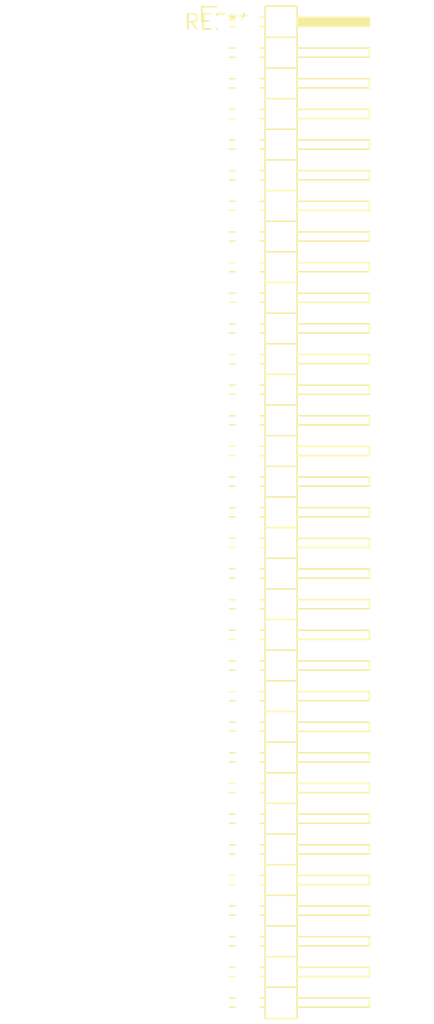
<source format=kicad_pcb>
(kicad_pcb (version 20240108) (generator pcbnew)
  (layers (0 "F.Cu" signal) (31 "B.Cu" signal) (34 "B.Paste" user) (35 "F.Paste" user) (36 "B.SilkS" user "B.Silkscreen") (37 "F.SilkS" user "F.Silkscreen") (38 "B.Mask" user) (39 "F.Mask" user) (44 "Edge.Cuts" user))
  (net 0 "")
  (footprint "PinHeader_2x33_P2.54mm_Horizontal" (layer "F.Cu") (at 0 0)
    (property "Reference" "REF**")
    (property "Value" "PinHeader_2x33_P2.54mm_Horizontal")
    (fp_line (start -1.27 -1.27) (end 0 -1.27) (layer "F.SilkS") (stroke (width 0.12)))
    (fp_line (start -1.27 0) (end -1.27 -1.27) (layer "F.SilkS") (stroke (width 0.12)))
    (fp_line (start 1.042929 2.16) (end 1.497071 2.16) (layer "F.SilkS") (stroke (width 0.12)))
    (fp_line (start 1.042929 2.92) (end 1.497071 2.92) (layer "F.SilkS") (stroke (width 0.12)))
    (fp_line (start 1.042929 4.7) (end 1.497071 4.7) (layer "F.SilkS") (stroke (width 0.12)))
    (fp_line (start 1.042929 5.46) (end 1.497071 5.46) (layer "F.SilkS") (stroke (width 0.12)))
    (fp_line (start 1.042929 7.24) (end 1.497071 7.24) (layer "F.SilkS") (stroke (width 0.12)))
    (fp_line (start 1.042929 8) (end 1.497071 8) (layer "F.SilkS") (stroke (width 0.12)))
    (fp_line (start 1.042929 9.78) (end 1.497071 9.78) (layer "F.SilkS") (stroke (width 0.12)))
    (fp_line (start 1.042929 10.54) (end 1.497071 10.54) (layer "F.SilkS") (stroke (width 0.12)))
    (fp_line (start 1.042929 12.32) (end 1.497071 12.32) (layer "F.SilkS") (stroke (width 0.12)))
    (fp_line (start 1.042929 13.08) (end 1.497071 13.08) (layer "F.SilkS") (stroke (width 0.12)))
    (fp_line (start 1.042929 14.86) (end 1.497071 14.86) (layer "F.SilkS") (stroke (width 0.12)))
    (fp_line (start 1.042929 15.62) (end 1.497071 15.62) (layer "F.SilkS") (stroke (width 0.12)))
    (fp_line (start 1.042929 17.4) (end 1.497071 17.4) (layer "F.SilkS") (stroke (width 0.12)))
    (fp_line (start 1.042929 18.16) (end 1.497071 18.16) (layer "F.SilkS") (stroke (width 0.12)))
    (fp_line (start 1.042929 19.94) (end 1.497071 19.94) (layer "F.SilkS") (stroke (width 0.12)))
    (fp_line (start 1.042929 20.7) (end 1.497071 20.7) (layer "F.SilkS") (stroke (width 0.12)))
    (fp_line (start 1.042929 22.48) (end 1.497071 22.48) (layer "F.SilkS") (stroke (width 0.12)))
    (fp_line (start 1.042929 23.24) (end 1.497071 23.24) (layer "F.SilkS") (stroke (width 0.12)))
    (fp_line (start 1.042929 25.02) (end 1.497071 25.02) (layer "F.SilkS") (stroke (width 0.12)))
    (fp_line (start 1.042929 25.78) (end 1.497071 25.78) (layer "F.SilkS") (stroke (width 0.12)))
    (fp_line (start 1.042929 27.56) (end 1.497071 27.56) (layer "F.SilkS") (stroke (width 0.12)))
    (fp_line (start 1.042929 28.32) (end 1.497071 28.32) (layer "F.SilkS") (stroke (width 0.12)))
    (fp_line (start 1.042929 30.1) (end 1.497071 30.1) (layer "F.SilkS") (stroke (width 0.12)))
    (fp_line (start 1.042929 30.86) (end 1.497071 30.86) (layer "F.SilkS") (stroke (width 0.12)))
    (fp_line (start 1.042929 32.64) (end 1.497071 32.64) (layer "F.SilkS") (stroke (width 0.12)))
    (fp_line (start 1.042929 33.4) (end 1.497071 33.4) (layer "F.SilkS") (stroke (width 0.12)))
    (fp_line (start 1.042929 35.18) (end 1.497071 35.18) (layer "F.SilkS") (stroke (width 0.12)))
    (fp_line (start 1.042929 35.94) (end 1.497071 35.94) (layer "F.SilkS") (stroke (width 0.12)))
    (fp_line (start 1.042929 37.72) (end 1.497071 37.72) (layer "F.SilkS") (stroke (width 0.12)))
    (fp_line (start 1.042929 38.48) (end 1.497071 38.48) (layer "F.SilkS") (stroke (width 0.12)))
    (fp_line (start 1.042929 40.26) (end 1.497071 40.26) (layer "F.SilkS") (stroke (width 0.12)))
    (fp_line (start 1.042929 41.02) (end 1.497071 41.02) (layer "F.SilkS") (stroke (width 0.12)))
    (fp_line (start 1.042929 42.8) (end 1.497071 42.8) (layer "F.SilkS") (stroke (width 0.12)))
    (fp_line (start 1.042929 43.56) (end 1.497071 43.56) (layer "F.SilkS") (stroke (width 0.12)))
    (fp_line (start 1.042929 45.34) (end 1.497071 45.34) (layer "F.SilkS") (stroke (width 0.12)))
    (fp_line (start 1.042929 46.1) (end 1.497071 46.1) (layer "F.SilkS") (stroke (width 0.12)))
    (fp_line (start 1.042929 47.88) (end 1.497071 47.88) (layer "F.SilkS") (stroke (width 0.12)))
    (fp_line (start 1.042929 48.64) (end 1.497071 48.64) (layer "F.SilkS") (stroke (width 0.12)))
    (fp_line (start 1.042929 50.42) (end 1.497071 50.42) (layer "F.SilkS") (stroke (width 0.12)))
    (fp_line (start 1.042929 51.18) (end 1.497071 51.18) (layer "F.SilkS") (stroke (width 0.12)))
    (fp_line (start 1.042929 52.96) (end 1.497071 52.96) (layer "F.SilkS") (stroke (width 0.12)))
    (fp_line (start 1.042929 53.72) (end 1.497071 53.72) (layer "F.SilkS") (stroke (width 0.12)))
    (fp_line (start 1.042929 55.5) (end 1.497071 55.5) (layer "F.SilkS") (stroke (width 0.12)))
    (fp_line (start 1.042929 56.26) (end 1.497071 56.26) (layer "F.SilkS") (stroke (width 0.12)))
    (fp_line (start 1.042929 58.04) (end 1.497071 58.04) (layer "F.SilkS") (stroke (width 0.12)))
    (fp_line (start 1.042929 58.8) (end 1.497071 58.8) (layer "F.SilkS") (stroke (width 0.12)))
    (fp_line (start 1.042929 60.58) (end 1.497071 60.58) (layer "F.SilkS") (stroke (width 0.12)))
    (fp_line (start 1.042929 61.34) (end 1.497071 61.34) (layer "F.SilkS") (stroke (width 0.12)))
    (fp_line (start 1.042929 63.12) (end 1.497071 63.12) (layer "F.SilkS") (stroke (width 0.12)))
    (fp_line (start 1.042929 63.88) (end 1.497071 63.88) (layer "F.SilkS") (stroke (width 0.12)))
    (fp_line (start 1.042929 65.66) (end 1.497071 65.66) (layer "F.SilkS") (stroke (width 0.12)))
    (fp_line (start 1.042929 66.42) (end 1.497071 66.42) (layer "F.SilkS") (stroke (width 0.12)))
    (fp_line (start 1.042929 68.2) (end 1.497071 68.2) (layer "F.SilkS") (stroke (width 0.12)))
    (fp_line (start 1.042929 68.96) (end 1.497071 68.96) (layer "F.SilkS") (stroke (width 0.12)))
    (fp_line (start 1.042929 70.74) (end 1.497071 70.74) (layer "F.SilkS") (stroke (width 0.12)))
    (fp_line (start 1.042929 71.5) (end 1.497071 71.5) (layer "F.SilkS") (stroke (width 0.12)))
    (fp_line (start 1.042929 73.28) (end 1.497071 73.28) (layer "F.SilkS") (stroke (width 0.12)))
    (fp_line (start 1.042929 74.04) (end 1.497071 74.04) (layer "F.SilkS") (stroke (width 0.12)))
    (fp_line (start 1.042929 75.82) (end 1.497071 75.82) (layer "F.SilkS") (stroke (width 0.12)))
    (fp_line (start 1.042929 76.58) (end 1.497071 76.58) (layer "F.SilkS") (stroke (width 0.12)))
    (fp_line (start 1.042929 78.36) (end 1.497071 78.36) (layer "F.SilkS") (stroke (width 0.12)))
    (fp_line (start 1.042929 79.12) (end 1.497071 79.12) (layer "F.SilkS") (stroke (width 0.12)))
    (fp_line (start 1.042929 80.9) (end 1.497071 80.9) (layer "F.SilkS") (stroke (width 0.12)))
    (fp_line (start 1.042929 81.66) (end 1.497071 81.66) (layer "F.SilkS") (stroke (width 0.12)))
    (fp_line (start 1.11 -0.38) (end 1.497071 -0.38) (layer "F.SilkS") (stroke (width 0.12)))
    (fp_line (start 1.11 0.38) (end 1.497071 0.38) (layer "F.SilkS") (stroke (width 0.12)))
    (fp_line (start 3.582929 -0.38) (end 3.98 -0.38) (layer "F.SilkS") (stroke (width 0.12)))
    (fp_line (start 3.582929 0.38) (end 3.98 0.38) (layer "F.SilkS") (stroke (width 0.12)))
    (fp_line (start 3.582929 2.16) (end 3.98 2.16) (layer "F.SilkS") (stroke (width 0.12)))
    (fp_line (start 3.582929 2.92) (end 3.98 2.92) (layer "F.SilkS") (stroke (width 0.12)))
    (fp_line (start 3.582929 4.7) (end 3.98 4.7) (layer "F.SilkS") (stroke (width 0.12)))
    (fp_line (start 3.582929 5.46) (end 3.98 5.46) (layer "F.SilkS") (stroke (width 0.12)))
    (fp_line (start 3.582929 7.24) (end 3.98 7.24) (layer "F.SilkS") (stroke (width 0.12)))
    (fp_line (start 3.582929 8) (end 3.98 8) (layer "F.SilkS") (stroke (width 0.12)))
    (fp_line (start 3.582929 9.78) (end 3.98 9.78) (layer "F.SilkS") (stroke (width 0.12)))
    (fp_line (start 3.582929 10.54) (end 3.98 10.54) (layer "F.SilkS") (stroke (width 0.12)))
    (fp_line (start 3.582929 12.32) (end 3.98 12.32) (layer "F.SilkS") (stroke (width 0.12)))
    (fp_line (start 3.582929 13.08) (end 3.98 13.08) (layer "F.SilkS") (stroke (width 0.12)))
    (fp_line (start 3.582929 14.86) (end 3.98 14.86) (layer "F.SilkS") (stroke (width 0.12)))
    (fp_line (start 3.582929 15.62) (end 3.98 15.62) (layer "F.SilkS") (stroke (width 0.12)))
    (fp_line (start 3.582929 17.4) (end 3.98 17.4) (layer "F.SilkS") (stroke (width 0.12)))
    (fp_line (start 3.582929 18.16) (end 3.98 18.16) (layer "F.SilkS") (stroke (width 0.12)))
    (fp_line (start 3.582929 19.94) (end 3.98 19.94) (layer "F.SilkS") (stroke (width 0.12)))
    (fp_line (start 3.582929 20.7) (end 3.98 20.7) (layer "F.SilkS") (stroke (width 0.12)))
    (fp_line (start 3.582929 22.48) (end 3.98 22.48) (layer "F.SilkS") (stroke (width 0.12)))
    (fp_line (start 3.582929 23.24) (end 3.98 23.24) (layer "F.SilkS") (stroke (width 0.12)))
    (fp_line (start 3.582929 25.02) (end 3.98 25.02) (layer "F.SilkS") (stroke (width 0.12)))
    (fp_line (start 3.582929 25.78) (end 3.98 25.78) (layer "F.SilkS") (stroke (width 0.12)))
    (fp_line (start 3.582929 27.56) (end 3.98 27.56) (layer "F.SilkS") (stroke (width 0.12)))
    (fp_line (start 3.582929 28.32) (end 3.98 28.32) (layer "F.SilkS") (stroke (width 0.12)))
    (fp_line (start 3.582929 30.1) (end 3.98 30.1) (layer "F.SilkS") (stroke (width 0.12)))
    (fp_line (start 3.582929 30.86) (end 3.98 30.86) (layer "F.SilkS") (stroke (width 0.12)))
    (fp_line (start 3.582929 32.64) (end 3.98 32.64) (layer "F.SilkS") (stroke (width 0.12)))
    (fp_line (start 3.582929 33.4) (end 3.98 33.4) (layer "F.SilkS") (stroke (width 0.12)))
    (fp_line (start 3.582929 35.18) (end 3.98 35.18) (layer "F.SilkS") (stroke (width 0.12)))
    (fp_line (start 3.582929 35.94) (end 3.98 35.94) (layer "F.SilkS") (stroke (width 0.12)))
    (fp_line (start 3.582929 37.72) (end 3.98 37.72) (layer "F.SilkS") (stroke (width 0.12)))
    (fp_line (start 3.582929 38.48) (end 3.98 38.48) (layer "F.SilkS") (stroke (width 0.12)))
    (fp_line (start 3.582929 40.26) (end 3.98 40.26) (layer "F.SilkS") (stroke (width 0.12)))
    (fp_line (start 3.582929 41.02) (end 3.98 41.02) (layer "F.SilkS") (stroke (width 0.12)))
    (fp_line (start 3.582929 42.8) (end 3.98 42.8) (layer "F.SilkS") (stroke (width 0.12)))
    (fp_line (start 3.582929 43.56) (end 3.98 43.56) (layer "F.SilkS") (stroke (width 0.12)))
    (fp_line (start 3.582929 45.34) (end 3.98 45.34) (layer "F.SilkS") (stroke (width 0.12)))
    (fp_line (start 3.582929 46.1) (end 3.98 46.1) (layer "F.SilkS") (stroke (width 0.12)))
    (fp_line (start 3.582929 47.88) (end 3.98 47.88) (layer "F.SilkS") (stroke (width 0.12)))
    (fp_line (start 3.582929 48.64) (end 3.98 48.64) (layer "F.SilkS") (stroke (width 0.12)))
    (fp_line (start 3.582929 50.42) (end 3.98 50.42) (layer "F.SilkS") (stroke (width 0.12)))
    (fp_line (start 3.582929 51.18) (end 3.98 51.18) (layer "F.SilkS") (stroke (width 0.12)))
    (fp_line (start 3.582929 52.96) (end 3.98 52.96) (layer "F.SilkS") (stroke (width 0.12)))
    (fp_line (start 3.582929 53.72) (end 3.98 53.72) (layer "F.SilkS") (stroke (width 0.12)))
    (fp_line (start 3.582929 55.5) (end 3.98 55.5) (layer "F.SilkS") (stroke (width 0.12)))
    (fp_line (start 3.582929 56.26) (end 3.98 56.26) (layer "F.SilkS") (stroke (width 0.12)))
    (fp_line (start 3.582929 58.04) (end 3.98 58.04) (layer "F.SilkS") (stroke (width 0.12)))
    (fp_line (start 3.582929 58.8) (end 3.98 58.8) (layer "F.SilkS") (stroke (width 0.12)))
    (fp_line (start 3.582929 60.58) (end 3.98 60.58) (layer "F.SilkS") (stroke (width 0.12)))
    (fp_line (start 3.582929 61.34) (end 3.98 61.34) (layer "F.SilkS") (stroke (width 0.12)))
    (fp_line (start 3.582929 63.12) (end 3.98 63.12) (layer "F.SilkS") (stroke (width 0.12)))
    (fp_line (start 3.582929 63.88) (end 3.98 63.88) (layer "F.SilkS") (stroke (width 0.12)))
    (fp_line (start 3.582929 65.66) (end 3.98 65.66) (layer "F.SilkS") (stroke (width 0.12)))
    (fp_line (start 3.582929 66.42) (end 3.98 66.42) (layer "F.SilkS") (stroke (width 0.12)))
    (fp_line (start 3.582929 68.2) (end 3.98 68.2) (layer "F.SilkS") (stroke (width 0.12)))
    (fp_line (start 3.582929 68.96) (end 3.98 68.96) (layer "F.SilkS") (stroke (width 0.12)))
    (fp_line (start 3.582929 70.74) (end 3.98 70.74) (layer "F.SilkS") (stroke (width 0.12)))
    (fp_line (start 3.582929 71.5) (end 3.98 71.5) (layer "F.SilkS") (stroke (width 0.12)))
    (fp_line (start 3.582929 73.28) (end 3.98 73.28) (layer "F.SilkS") (stroke (width 0.12)))
    (fp_line (start 3.582929 74.04) (end 3.98 74.04) (layer "F.SilkS") (stroke (width 0.12)))
    (fp_line (start 3.582929 75.82) (end 3.98 75.82) (layer "F.SilkS") (stroke (width 0.12)))
    (fp_line (start 3.582929 76.58) (end 3.98 76.58) (layer "F.SilkS") (stroke (width 0.12)))
    (fp_line (start 3.582929 78.36) (end 3.98 78.36) (layer "F.SilkS") (stroke (width 0.12)))
    (fp_line (start 3.582929 79.12) (end 3.98 79.12) (layer "F.SilkS") (stroke (width 0.12)))
    (fp_line (start 3.582929 80.9) (end 3.98 80.9) (layer "F.SilkS") (stroke (width 0.12)))
    (fp_line (start 3.582929 81.66) (end 3.98 81.66) (layer "F.SilkS") (stroke (width 0.12)))
    (fp_line (start 3.98 -1.33) (end 3.98 82.61) (layer "F.SilkS") (stroke (width 0.12)))
    (fp_line (start 3.98 1.27) (end 6.64 1.27) (layer "F.SilkS") (stroke (width 0.12)))
    (fp_line (start 3.98 3.81) (end 6.64 3.81) (layer "F.SilkS") (stroke (width 0.12)))
    (fp_line (start 3.98 6.35) (end 6.64 6.35) (layer "F.SilkS") (stroke (width 0.12)))
    (fp_line (start 3.98 8.89) (end 6.64 8.89) (layer "F.SilkS") (stroke (width 0.12)))
    (fp_line (start 3.98 11.43) (end 6.64 11.43) (layer "F.SilkS") (stroke (width 0.12)))
    (fp_line (start 3.98 13.97) (end 6.64 13.97) (layer "F.SilkS") (stroke (width 0.12)))
    (fp_line (start 3.98 16.51) (end 6.64 16.51) (layer "F.SilkS") (stroke (width 0.12)))
    (fp_line (start 3.98 19.05) (end 6.64 19.05) (layer "F.SilkS") (stroke (width 0.12)))
    (fp_line (start 3.98 21.59) (end 6.64 21.59) (layer "F.SilkS") (stroke (width 0.12)))
    (fp_line (start 3.98 24.13) (end 6.64 24.13) (layer "F.SilkS") (stroke (width 0.12)))
    (fp_line (start 3.98 26.67) (end 6.64 26.67) (layer "F.SilkS") (stroke (width 0.12)))
    (fp_line (start 3.98 29.21) (end 6.64 29.21) (layer "F.SilkS") (stroke (width 0.12)))
    (fp_line (start 3.98 31.75) (end 6.64 31.75) (layer "F.SilkS") (stroke (width 0.12)))
    (fp_line (start 3.98 34.29) (end 6.64 34.29) (layer "F.SilkS") (stroke (width 0.12)))
    (fp_line (start 3.98 36.83) (end 6.64 36.83) (layer "F.SilkS") (stroke (width 0.12)))
    (fp_line (start 3.98 39.37) (end 6.64 39.37) (layer "F.SilkS") (stroke (width 0.12)))
    (fp_line (start 3.98 41.91) (end 6.64 41.91) (layer "F.SilkS") (stroke (width 0.12)))
    (fp_line (start 3.98 44.45) (end 6.64 44.45) (layer "F.SilkS") (stroke (width 0.12)))
    (fp_line (start 3.98 46.99) (end 6.64 46.99) (layer "F.SilkS") (stroke (width 0.12)))
    (fp_line (start 3.98 49.53) (end 6.64 49.53) (layer "F.SilkS") (stroke (width 0.12)))
    (fp_line (start 3.98 52.07) (end 6.64 52.07) (layer "F.SilkS") (stroke (width 0.12)))
    (fp_line (start 3.98 54.61) (end 6.64 54.61) (layer "F.SilkS") (stroke (width 0.12)))
    (fp_line (start 3.98 57.15) (end 6.64 57.15) (layer "F.SilkS") (stroke (width 0.12)))
    (fp_line (start 3.98 59.69) (end 6.64 59.69) (layer "F.SilkS") (stroke (width 0.12)))
    (fp_line (start 3.98 62.23) (end 6.64 62.23) (layer "F.SilkS") (stroke (width 0.12)))
    (fp_line (start 3.98 64.77) (end 6.64 64.77) (layer "F.SilkS") (stroke (width 0.12)))
    (fp_line (start 3.98 67.31) (end 6.64 67.31) (layer "F.SilkS") (stroke (width 0.12)))
    (fp_line (start 3.98 69.85) (end 6.64 69.85) (layer "F.SilkS") (stroke (width 0.12)))
    (fp_line (start 3.98 72.39) (end 6.64 72.39) (layer "F.SilkS") (stroke (width 0.12)))
    (fp_line (start 3.98 74.93) (end 6.64 74.93) (layer "F.SilkS") (stroke (width 0.12)))
    (fp_line (start 3.98 77.47) (end 6.64 77.47) (layer "F.SilkS") (stroke (width 0.12)))
    (fp_line (start 3.98 80.01) (end 6.64 80.01) (layer "F.SilkS") (stroke (width 0.12)))
    (fp_line (start 3.98 82.61) (end 6.64 82.61) (layer "F.SilkS") (stroke (width 0.12)))
    (fp_line (start 6.64 -1.33) (end 3.98 -1.33) (layer "F.SilkS") (stroke (width 0.12)))
    (fp_line (start 6.64 -0.38) (end 12.64 -0.38) (layer "F.SilkS") (stroke (width 0.12)))
    (fp_line (start 6.64 -0.32) (end 12.64 -0.32) (layer "F.SilkS") (stroke (width 0.12)))
    (fp_line (start 6.64 -0.2) (end 12.64 -0.2) (layer "F.SilkS") (stroke (width 0.12)))
    (fp_line (start 6.64 -0.08) (end 12.64 -0.08) (layer "F.SilkS") (stroke (width 0.12)))
    (fp_line (start 6.64 0.04) (end 12.64 0.04) (layer "F.SilkS") (stroke (width 0.12)))
    (fp_line (start 6.64 0.16) (end 12.64 0.16) (layer "F.SilkS") (stroke (width 0.12)))
    (fp_line (start 6.64 0.28) (end 12.64 0.28) (layer "F.SilkS") (stroke (width 0.12)))
    (fp_line (start 6.64 2.16) (end 12.64 2.16) (layer "F.SilkS") (stroke (width 0.12)))
    (fp_line (start 6.64 4.7) (end 12.64 4.7) (layer "F.SilkS") (stroke (width 0.12)))
    (fp_line (start 6.64 7.24) (end 12.64 7.24) (layer "F.SilkS") (stroke (width 0.12)))
    (fp_line (start 6.64 9.78) (end 12.64 9.78) (layer "F.SilkS") (stroke (width 0.12)))
    (fp_line (start 6.64 12.32) (end 12.64 12.32) (layer "F.SilkS") (stroke (width 0.12)))
    (fp_line (start 6.64 14.86) (end 12.64 14.86) (layer "F.SilkS") (stroke (width 0.12)))
    (fp_line (start 6.64 17.4) (end 12.64 17.4) (layer "F.SilkS") (stroke (width 0.12)))
    (fp_line (start 6.64 19.94) (end 12.64 19.94) (layer "F.SilkS") (stroke (width 0.12)))
    (fp_line (start 6.64 22.48) (end 12.64 22.48) (layer "F.SilkS") (stroke (width 0.12)))
    (fp_line (start 6.64 25.02) (end 12.64 25.02) (layer "F.SilkS") (stroke (width 0.12)))
    (fp_line (start 6.64 27.56) (end 12.64 27.56) (layer "F.SilkS") (stroke (width 0.12)))
    (fp_line (start 6.64 30.1) (end 12.64 30.1) (layer "F.SilkS") (stroke (width 0.12)))
    (fp_line (start 6.64 32.64) (end 12.64 32.64) (layer "F.SilkS") (stroke (width 0.12)))
    (fp_line (start 6.64 35.18) (end 12.64 35.18) (layer "F.SilkS") (stroke (width 0.12)))
    (fp_line (start 6.64 37.72) (end 12.64 37.72) (layer "F.SilkS") (stroke (width 0.12)))
    (fp_line (start 6.64 40.26) (end 12.64 40.26) (layer "F.SilkS") (stroke (width 0.12)))
    (fp_line (start 6.64 42.8) (end 12.64 42.8) (layer "F.SilkS") (stroke (width 0.12)))
    (fp_line (start 6.64 45.34) (end 12.64 45.34) (layer "F.SilkS") (stroke (width 0.12)))
    (fp_line (start 6.64 47.88) (end 12.64 47.88) (layer "F.SilkS") (stroke (width 0.12)))
    (fp_line (start 6.64 50.42) (end 12.64 50.42) (layer "F.SilkS") (stroke (width 0.12)))
    (fp_line (start 6.64 52.96) (end 12.64 52.96) (layer "F.SilkS") (stroke (width 0.12)))
    (fp_line (start 6.64 55.5) (end 12.64 55.5) (layer "F.SilkS") (stroke (width 0.12)))
    (fp_line (start 6.64 58.04) (end 12.64 58.04) (layer "F.SilkS") (stroke (width 0.12)))
    (fp_line (start 6.64 60.58) (end 12.64 60.58) (layer "F.SilkS") (stroke (width 0.12)))
    (fp_line (start 6.64 63.12) (end 12.64 63.12) (layer "F.SilkS") (stroke (width 0.12)))
    (fp_line (start 6.64 65.66) (end 12.64 65.66) (layer "F.SilkS") (stroke (width 0.12)))
    (fp_line (start 6.64 68.2) (end 12.64 68.2) (layer "F.SilkS") (stroke (width 0.12)))
    (fp_line (start 6.64 70.74) (end 12.64 70.74) (layer "F.SilkS") (stroke (width 0.12)))
    (fp_line (start 6.64 73.28) (end 12.64 73.28) (layer "F.SilkS") (stroke (width 0.12)))
    (fp_line (start 6.64 75.82) (end 12.64 75.82) (layer "F.SilkS") (stroke (width 0.12)))
    (fp_line (start 6.64 78.36) (end 12.64 78.36) (layer "F.SilkS") (stroke (width 0.12)))
    (fp_line (start 6.64 80.9) (end 12.64 80.9) (layer "F.SilkS") (stroke (width 0.12)))
    (fp_line (start 6.64 82.61) (end 6.64 -1.33) (layer "F.SilkS") (stroke (width 0.12)))
    (fp_line (start 12.64 -0.38) (end 12.64 0.38) (layer "F.SilkS") (stroke (width 0.12)))
    (fp_line (start 12.64 0.38) (end 6.64 0.38) (layer "F.SilkS") (stroke (width 0.12)))
    (fp_line (start 12.64 2.16) (end 12.64 2.92) (layer "F.SilkS") (stroke (width 0.12)))
    (fp_line (start 12.64 2.92) (end 6.64 2.92) (layer "F.SilkS") (stroke (width 0.12)))
    (fp_line (start 12.64 4.7) (end 12.64 5.46) (layer "F.SilkS") (stroke (width 0.12)))
    (fp_line (start 12.64 5.46) (end 6.64 5.46) (layer "F.SilkS") (stroke (width 0.12)))
    (fp_line (start 12.64 7.24) (end 12.64 8) (layer "F.SilkS") (stroke (width 0.12)))
    (fp_line (start 12.64 8) (end 6.64 8) (layer "F.SilkS") (stroke (width 0.12)))
    (fp_line (start 12.64 9.78) (end 12.64 10.54) (layer "F.SilkS") (stroke (width 0.12)))
    (fp_line (start 12.64 10.54) (end 6.64 10.54) (layer "F.SilkS") (stroke (width 0.12)))
    (fp_line (start 12.64 12.32) (end 12.64 13.08) (layer "F.SilkS") (stroke (width 0.12)))
    (fp_line (start 12.64 13.08) (end 6.64 13.08) (layer "F.SilkS") (stroke (width 0.12)))
    (fp_line (start 12.64 14.86) (end 12.64 15.62) (layer "F.SilkS") (stroke (width 0.12)))
    (fp_line (start 12.64 15.62) (end 6.64 15.62) (layer "F.SilkS") (stroke (width 0.12)))
    (fp_line (start 12.64 17.4) (end 12.64 18.16) (layer "F.SilkS") (stroke (width 0.12)))
    (fp_line (start 12.64 18.16) (end 6.64 18.16) (layer "F.SilkS") (stroke (width 0.12)))
    (fp_line (start 12.64 19.94) (end 12.64 20.7) (layer "F.SilkS") (stroke (width 0.12)))
    (fp_line (start 12.64 20.7) (end 6.64 20.7) (layer "F.SilkS") (stroke (width 0.12)))
    (fp_line (start 12.64 22.48) (end 12.64 23.24) (layer "F.SilkS") (stroke (width 0.12)))
    (fp_line (start 12.64 23.24) (end 6.64 23.24) (layer "F.SilkS") (stroke (width 0.12)))
    (fp_line (start 12.64 25.02) (end 12.64 25.78) (layer "F.SilkS") (stroke (width 0.12)))
    (fp_line (start 12.64 25.78) (end 6.64 25.78) (layer "F.SilkS") (stroke (width 0.12)))
    (fp_line (start 12.64 27.56) (end 12.64 28.32) (layer "F.SilkS") (stroke (width 0.12)))
    (fp_line (start 12.64 28.32) (end 6.64 28.32) (layer "F.SilkS") (stroke (width 0.12)))
    (fp_line (start 12.64 30.1) (end 12.64 30.86) (layer "F.SilkS") (stroke (width 0.12)))
    (fp_line (start 12.64 30.86) (end 6.64 30.86) (layer "F.SilkS") (stroke (width 0.12)))
    (fp_line (start 12.64 32.64) (end 12.64 33.4) (layer "F.SilkS") (stroke (width 0.12)))
    (fp_line (start 12.64 33.4) (end 6.64 33.4) (layer "F.SilkS") (stroke (width 0.12)))
    (fp_line (start 12.64 35.18) (end 12.64 35.94) (layer "F.SilkS") (stroke (width 0.12)))
    (fp_line (start 12.64 35.94) (end 6.64 35.94) (layer "F.SilkS") (stroke (width 0.12)))
    (fp_line (start 12.64 37.72) (end 12.64 38.48) (layer "F.SilkS") (stroke (width 0.12)))
    (fp_line (start 12.64 38.48) (end 6.64 38.48) (layer "F.SilkS") (stroke (width 0.12)))
    (fp_line (start 12.64 40.26) (end 12.64 41.02) (layer "F.SilkS") (stroke (width 0.12)))
    (fp_line (start 12.64 41.02) (end 6.64 41.02) (layer "F.SilkS") (stroke (width 0.12)))
    (fp_line (start 12.64 42.8) (end 12.64 43.56) (layer "F.SilkS") (stroke (width 0.12)))
    (fp_line (start 12.64 43.56) (end 6.64 43.56) (layer "F.SilkS") (stroke (width 0.12)))
    (fp_line (start 12.64 45.34) (end 12.64 46.1) (layer "F.SilkS") (stroke (width 0.12)))
    (fp_line (start 12.64 46.1) (end 6.64 46.1) (layer "F.SilkS") (stroke (width 0.12)))
    (fp_line (start 12.64 47.88) (end 12.64 48.64) (layer "F.SilkS") (stroke (width 0.12)))
    (fp_line (start 12.64 48.64) (end 6.64 48.64) (layer "F.SilkS") (stroke (width 0.12)))
    (fp_line (start 12.64 50.42) (end 12.64 51.18) (layer "F.SilkS") (stroke (width 0.12)))
    (fp_line (start 12.64 51.18) (end 6.64 51.18) (layer "F.SilkS") (stroke (width 0.12)))
    (fp_line (start 12.64 52.96) (end 12.64 53.72) (layer "F.SilkS") (stroke (width 0.12)))
    (fp_line (start 12.64 53.72) (end 6.64 53.72) (layer "F.SilkS") (stroke (width 0.12)))
    (fp_line (start 12.64 55.5) (end 12.64 56.26) (layer "F.SilkS") (stroke (width 0.12)))
    (fp_line (start 12.64 56.26) (end 6.64 56.26) (layer "F.SilkS") (stroke (width 0.12)))
    (fp_line (start 12.64 58.04) (end 12.64 58.8) (layer "F.SilkS") (stroke (width 0.12)))
    (fp_line (start 12.64 58.8) (end 6.64 58.8) (layer "F.SilkS") (stroke (width 0.12)))
    (fp_line (start 12.64 60.58) (end 12.64 61.34) (layer "F.SilkS") (stroke (width 0.12)))
    (fp_line (start 12.64 61.34) (end 6.64 61.34) (layer "F.SilkS") (stroke (width 0.12)))
    (fp_line (start 12.64 63.12) (end 12.64 63.88) (layer "F.SilkS") (stroke (width 0.12)))
    (fp_line (start 12.64 63.88) (end 6.64 63.88) (layer "F.SilkS") (stroke (width 0.12)))
    (fp_line (start 12.64 65.66) (end 12.64 66.42) (layer "F.SilkS") (stroke (width 0.12)))
    (fp_line (start 12.64 66.42) (end 6.64 66.42) (layer "F.SilkS") (stroke (width 0.12)))
    (fp_line (start 12.64 68.2) (end 12.64 68.96) (layer "F.SilkS") (stroke (width 0.12)))
    (fp_line (start 12.64 68.96) (end 6.64 68.96) (layer "F.SilkS") (stroke (width 0.12)))
    (fp_line (start 12.64 70.74) (end 12.64 71.5) (layer "F.SilkS") (stroke (width 0.12)))
    (fp_line (start 12.64 71.5) (end 6.64 71.5) (layer "F.SilkS") (stroke (width 0.12)))
    (fp_line (start 12.64 73.28) (end 12.64 74.04) (layer "F.SilkS") (stroke (width 0.12)))
    (fp_line (start 12.64 74.04) (end 6.64 74.04) (layer "F.SilkS") (stroke (width 0.12)))
    (fp_line (start 12.64 75.82) (end 12.64 76.58) (layer "F.SilkS") (stroke (width 0.12)))
    (fp_line (start 12.64 76.58) (end 6.64 76.58) (layer "F.SilkS") (stroke (width 0.12)))
    (fp_line (start 12.64 78.36) (end 12.64 79.12) (layer "F.SilkS") (stroke (width 0.12)))
    (fp_line (start 12.64 79.12) (end 6.64 79.12) (layer "F.SilkS") (stroke (width 0.12)))
    (fp_line (start 12.64 80.9) (end 12.64 81.66) (layer "F.SilkS") (stroke (width 0.12)))
    (fp_line (start 12.64 81.66) (end 6.64 81.66) (layer "F.SilkS") (stroke (width 0.12)))
    (pad "1" thru_hole rect (at 0 0) (size 1.7 1.7) (drill 1) (layers *.Cu *.Mask) (remove_unused_layers))
    (pad "2" thru_hole oval (at 2.54 0) (size 1.7 1.7) (drill 1) (layers *.Cu *.Mask) (remove_unused_layers))
    (pad "3" thru_hole oval (at 0 2.54) (size 1.7 1.7) (drill 1) (layers *.Cu *.Mask) (remove_unused_layers))
    (pad "4" thru_hole oval (at 2.54 2.54) (size 1.7 1.7) (drill 1) (layers *.Cu *.Mask) (remove_unused_layers))
    (pad "5" thru_hole oval (at 0 5.08) (size 1.7 1.7) (drill 1) (layers *.Cu *.Mask) (remove_unused_layers))
    (pad "6" thru_hole oval (at 2.54 5.08) (size 1.7 1.7) (drill 1) (layers *.Cu *.Mask) (remove_unused_layers))
    (pad "7" thru_hole oval (at 0 7.62) (size 1.7 1.7) (drill 1) (layers *.Cu *.Mask) (remove_unused_layers))
    (pad "8" thru_hole oval (at 2.54 7.62) (size 1.7 1.7) (drill 1) (layers *.Cu *.Mask) (remove_unused_layers))
    (pad "9" thru_hole oval (at 0 10.16) (size 1.7 1.7) (drill 1) (layers *.Cu *.Mask) (remove_unused_layers))
    (pad "10" thru_hole oval (at 2.54 10.16) (size 1.7 1.7) (drill 1) (layers *.Cu *.Mask) (remove_unused_layers))
    (pad "11" thru_hole oval (at 0 12.7) (size 1.7 1.7) (drill 1) (layers *.Cu *.Mask) (remove_unused_layers))
    (pad "12" thru_hole oval (at 2.54 12.7) (size 1.7 1.7) (drill 1) (layers *.Cu *.Mask) (remove_unused_layers))
    (pad "13" thru_hole oval (at 0 15.24) (size 1.7 1.7) (drill 1) (layers *.Cu *.Mask) (remove_unused_layers))
    (pad "14" thru_hole oval (at 2.54 15.24) (size 1.7 1.7) (drill 1) (layers *.Cu *.Mask) (remove_unused_layers))
    (pad "15" thru_hole oval (at 0 17.78) (size 1.7 1.7) (drill 1) (layers *.Cu *.Mask) (remove_unused_layers))
    (pad "16" thru_hole oval (at 2.54 17.78) (size 1.7 1.7) (drill 1) (layers *.Cu *.Mask) (remove_unused_layers))
    (pad "17" thru_hole oval (at 0 20.32) (size 1.7 1.7) (drill 1) (layers *.Cu *.Mask) (remove_unused_layers))
    (pad "18" thru_hole oval (at 2.54 20.32) (size 1.7 1.7) (drill 1) (layers *.Cu *.Mask) (remove_unused_layers))
    (pad "19" thru_hole oval (at 0 22.86) (size 1.7 1.7) (drill 1) (layers *.Cu *.Mask) (remove_unused_layers))
    (pad "20" thru_hole oval (at 2.54 22.86) (size 1.7 1.7) (drill 1) (layers *.Cu *.Mask) (remove_unused_layers))
    (pad "21" thru_hole oval (at 0 25.4) (size 1.7 1.7) (drill 1) (layers *.Cu *.Mask) (remove_unused_layers))
    (pad "22" thru_hole oval (at 2.54 25.4) (size 1.7 1.7) (drill 1) (layers *.Cu *.Mask) (remove_unused_layers))
    (pad "23" thru_hole oval (at 0 27.94) (size 1.7 1.7) (drill 1) (layers *.Cu *.Mask) (remove_unused_layers))
    (pad "24" thru_hole oval (at 2.54 27.94) (size 1.7 1.7) (drill 1) (layers *.Cu *.Mask) (remove_unused_layers))
    (pad "25" thru_hole oval (at 0 30.48) (size 1.7 1.7) (drill 1) (layers *.Cu *.Mask) (remove_unused_layers))
    (pad "26" thru_hole oval (at 2.54 30.48) (size 1.7 1.7) (drill 1) (layers *.Cu *.Mask) (remove_unused_layers))
    (pad "27" thru_hole oval (at 0 33.02) (size 1.7 1.7) (drill 1) (layers *.Cu *.Mask) (remove_unused_layers))
    (pad "28" thru_hole oval (at 2.54 33.02) (size 1.7 1.7) (drill 1) (layers *.Cu *.Mask) (remove_unused_layers))
    (pad "29" thru_hole oval (at 0 35.56) (size 1.7 1.7) (drill 1) (layers *.Cu *.Mask) (remove_unused_layers))
    (pad "30" thru_hole oval (at 2.54 35.56) (size 1.7 1.7) (drill 1) (layers *.Cu *.Mask) (remove_unused_layers))
    (pad "31" thru_hole oval (at 0 38.1) (size 1.7 1.7) (drill 1) (layers *.Cu *.Mask) (remove_unused_layers))
    (pad "32" thru_hole oval (at 2.54 38.1) (size 1.7 1.7) (drill 1) (layers *.Cu *.Mask) (remove_unused_layers))
    (pad "33" thru_hole oval (at 0 40.64) (size 1.7 1.7) (drill 1) (layers *.Cu *.Mask) (remove_unused_layers))
    (pad "34" thru_hole oval (at 2.54 40.64) (size 1.7 1.7) (drill 1) (layers *.Cu *.Mask) (remove_unused_layers))
    (pad "35" thru_hole oval (at 0 43.18) (size 1.7 1.7) (drill 1) (layers *.Cu *.Mask) (remove_unused_layers))
    (pad "36" thru_hole oval (at 2.54 43.18) (size 1.7 1.7) (drill 1) (layers *.Cu *.Mask) (remove_unused_layers))
    (pad "37" thru_hole oval (at 0 45.72) (size 1.7 1.7) (drill 1) (layers *.Cu *.Mask) (remove_unused_layers))
    (pad "38" thru_hole oval (at 2.54 45.72) (size 1.7 1.7) (drill 1) (layers *.Cu *.Mask) (remove_unused_layers))
    (pad "39" thru_hole oval (at 0 48.26) (size 1.7 1.7) (drill 1) (layers *.Cu *.Mask) (remove_unused_layers))
    (pad "40" thru_hole oval (at 2.54 48.26) (size 1.7 1.7) (drill 1) (layers *.Cu *.Mask) (remove_unused_layers))
    (pad "41" thru_hole oval (at 0 50.8) (size 1.7 1.7) (drill 1) (layers *.Cu *.Mask) (remove_unused_layers))
    (pad "42" thru_hole oval (at 2.54 50.8) (size 1.7 1.7) (drill 1) (layers *.Cu *.Mask) (remove_unused_layers))
    (pad "43" thru_hole oval (at 0 53.34) (size 1.7 1.7) (drill 1) (layers *.Cu *.Mask) (remove_unused_layers))
    (pad "44" thru_hole oval (at 2.54 53.34) (size 1.7 1.7) (drill 1) (layers *.Cu *.Mask) (remove_unused_layers))
    (pad "45" thru_hole oval (at 0 55.88) (size 1.7 1.7) (drill 1) (layers *.Cu *.Mask) (remove_unused_layers))
    (pad "46" thru_hole oval (at 2.54 55.88) (size 1.7 1.7) (drill 1) (layers *.Cu *.Mask) (remove_unused_layers))
    (pad "47" thru_hole oval (at 0 58.42) (size 1.7 1.7) (drill 1) (layers *.Cu *.Mask) (remove_unused_layers))
    (pad "48" thru_hole oval (at 2.54 58.42) (size 1.7 1.7) (drill 1) (layers *.Cu *.Mask) (remove_unused_layers))
    (pad "49" thru_hole oval (at 0 60.96) (size 1.7 1.7) (drill 1) (layers *.Cu *.Mask) (remove_unused_layers))
    (pad "50" thru_hole oval (at 2.54 60.96) (size 1.7 1.7) (drill 1) (layers *.Cu *.Mask) (remove_unused_layers))
    (pad "51" thru_hole oval (at 0 63.5) (size 1.7 1.7) (drill 1) (layers *.Cu *.Mask) (remove_unused_layers))
    (pad "52" thru_hole oval (at 2.54 63.5) (size 1.7 1.7) (drill 1) (layers *.Cu *.Mask) (remove_unused_layers))
    (pad "53" thru_hole oval (at 0 66.04) (size 1.7 1.7) (drill 1) (layers *.Cu *.Mask) (remove_unused_layers))
    (pad "54" thru_hole oval (at 2.54 66.04) (size 1.7 1.7) (drill 1) (layers *.Cu *.Mask) (remove_unused_layers))
    (pad "55" thru_hole oval (at 0 68.58) (size 1.7 1.7) (drill 1) (layers *.Cu *.Mask) (remove_unused_layers))
    (pad "56" thru_hole oval (at 2.54 68.58) (size 1.7 1.7) (drill 1) (layers *.Cu *.Mask) (remove_unused_layers))
    (pad "57" thru_hole oval (at 0 71.12) (size 1.7 1.7) (drill 1) (layers *.Cu *.Mask) (remove_unused_layers))
    (pad "58" thru_hole oval (at 2.54 71.12) (size 1.7 1.7) (drill 1) (layers *.Cu *.Mask) (remove_unused_layers))
    (pad "59" thru_hole oval (at 0 73.66) (size 1.7 1.7) (drill 1) (layers *.Cu *.Mask) (remove_unused_layers))
    (pad "60" thru_hole oval (at 2.54 73.66) (size 1.7 1.7) (drill 1) (layers *.Cu *.Mask) (remove_unused_layers))
    (pad "61" thru_hole oval (at 0 76.2) (size 1.7 1.7) (drill 1) (layers *.Cu *.Mask) (remove_unused_layers))
    (pad "62" thru_hole oval (at 2.54 76.2) (size 1.7 1.7) (drill 1) (layers *.Cu *.Mask) (remove_unused_layers))
    (pad "63" thru_hole oval (at 0 78.74) (size 1.7 1.7) (drill 1) (layers *.Cu *.Mask) (remove_unused_layers))
    (pad "64" thru_hole oval (at 2.54 78.74) (size 1.7 1.7) (drill 1) (layers *.Cu *.Mask) (remove_unused_layers))
    (pad "65" thru_hole oval (at 0 81.28) (size 1.7 1.7) (drill 1) (layers *.Cu *.Mask) (remove_unused_layers))
    (pad "66" thru_hole oval (at 2.54 81.28) (size 1.7 1.7) (drill 1) (layers *.Cu *.Mask) (remove_unused_layers))
  )
)
</source>
